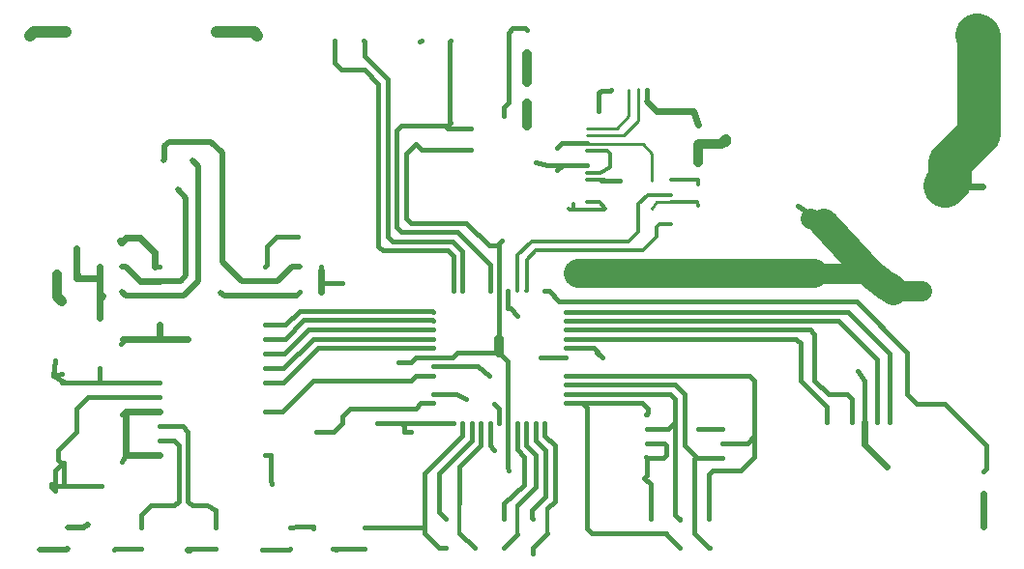
<source format=gbr>
G04 EAGLE Gerber RS-274X export*
G75*
%MOMM*%
%FSLAX34Y34*%
%LPD*%
%INTop Copper*%
%IPPOS*%
%AMOC8*
5,1,8,0,0,1.08239X$1,22.5*%
G01*
%ADD10C,0.609600*%
%ADD11C,0.406400*%
%ADD12C,2.540000*%
%ADD13C,1.778000*%
%ADD14C,0.812800*%
%ADD15C,0.508000*%
%ADD16C,0.304800*%
%ADD17C,0.558800*%
%ADD18C,3.810000*%
%ADD19C,1.016000*%
%ADD20C,0.254000*%


D10*
X140716Y323596D02*
X170916Y323596D01*
X170916Y285496D02*
X140716Y285496D01*
D11*
X137516Y321310D02*
X140716Y323596D01*
D10*
X140716Y300228D01*
D11*
X166116Y450596D02*
X170916Y450596D01*
X159360Y469849D02*
X159206Y469773D01*
D10*
X137516Y471500D02*
X135738Y473278D01*
D11*
X137516Y471500D02*
X137516Y470916D01*
X140716Y285496D02*
X137516Y279400D01*
D10*
X166116Y450596D02*
X166116Y463296D01*
X159728Y469684D01*
X153416Y475996D01*
X140716Y475996D01*
D11*
X136957Y471526D02*
X137516Y470967D01*
X137516Y470916D01*
X140716Y475285D02*
X140716Y475996D01*
D10*
X140716Y475285D02*
X136957Y471526D01*
D11*
X159360Y469849D02*
X159436Y469621D01*
X159728Y469684D01*
X169824Y387096D02*
X169748Y387020D01*
X169824Y387096D02*
X170916Y387096D01*
D10*
X170916Y388188D02*
X170916Y399796D01*
D11*
X170916Y388188D02*
X169824Y387096D01*
D10*
X170916Y387096D02*
X138430Y387096D01*
D11*
X138201Y386867D01*
X136906Y383210D02*
X136957Y383159D01*
X137211Y383159D01*
X138201Y384505D02*
X138201Y386867D01*
X138201Y384505D02*
X136906Y383210D01*
X140716Y300228D02*
X140716Y285496D01*
D10*
X140716Y298196D01*
X170916Y387604D02*
X195580Y387604D01*
D11*
X170916Y387604D02*
X170916Y387096D01*
X398780Y647700D02*
X399796Y648716D01*
X409868Y371348D02*
X427228Y371348D01*
X431292Y375412D01*
X467868Y375412D01*
X467868Y387604D02*
X467868Y429348D01*
X475868Y313348D02*
X475868Y274931D01*
X476606Y272161D01*
X475868Y313348D02*
X475868Y367412D01*
X467868Y375412D01*
D12*
X792988Y444500D02*
X808228Y433324D01*
X792988Y444500D02*
X752348Y489204D01*
D13*
X740664Y492760D01*
D12*
X809980Y432588D02*
X813308Y429260D01*
D13*
X792988Y444500D02*
X744220Y444500D01*
D11*
X752348Y489204D02*
X729336Y504088D01*
X744220Y444500D02*
X745592Y443128D01*
D14*
X467868Y387604D02*
X467868Y375412D01*
D11*
X459080Y469544D02*
X439420Y489204D01*
X390652Y489204D01*
X386588Y493268D01*
X386588Y550164D01*
X394716Y558292D01*
D12*
X536956Y444500D02*
X744220Y444500D01*
D13*
X813308Y429260D02*
X816356Y429260D01*
X813308Y429260D02*
X808228Y433324D01*
X813308Y428244D02*
X816356Y429260D01*
X818388Y429260D02*
X837932Y429260D01*
X818388Y429260D02*
X813308Y428244D01*
D11*
X467868Y429348D02*
X467868Y468884D01*
X467868Y471068D01*
X470408Y473608D01*
D10*
X787908Y314452D02*
X787908Y295148D01*
X807212Y275844D01*
D11*
X787908Y314452D02*
X787908Y350672D01*
X782168Y359156D01*
X612394Y295910D02*
X597128Y295910D01*
X612394Y295910D02*
X614172Y294132D01*
X614172Y286004D01*
X611378Y283210D02*
X597128Y283210D01*
X611378Y283210D02*
X614172Y286004D01*
X661162Y308610D02*
X663728Y308610D01*
X661162Y308610D02*
X642620Y308356D01*
X597128Y283210D02*
X596366Y283972D01*
X600964Y259944D02*
X600964Y229616D01*
X600964Y259944D02*
X595224Y265684D01*
X597128Y267588D02*
X597128Y283210D01*
X597128Y267588D02*
X595224Y265684D01*
X467208Y469544D02*
X459080Y469544D01*
X467208Y469544D02*
X467868Y468884D01*
D15*
X103480Y222352D02*
X89916Y222352D01*
X103480Y222352D02*
X108204Y225044D01*
D11*
X400152Y552856D02*
X443484Y552856D01*
X400152Y552856D02*
X394716Y558292D01*
D14*
X81016Y444119D02*
X81016Y424444D01*
X85080Y420380D01*
D11*
X394716Y371348D02*
X409868Y371348D01*
X394716Y371348D02*
X390652Y367284D01*
X379832Y367284D01*
X504444Y371348D02*
X525868Y371348D01*
X459740Y355092D02*
X449452Y363348D01*
X475868Y414148D02*
X475868Y429348D01*
D16*
X618220Y526594D02*
X642062Y526594D01*
X642620Y523088D01*
X545100Y500594D02*
X532892Y500594D01*
X529630Y500594D01*
X528828Y501396D01*
X532892Y500594D02*
X532892Y505460D01*
X545100Y552594D02*
X562974Y552594D01*
X565404Y550164D01*
X565404Y537972D01*
X556462Y533094D02*
X545100Y533094D01*
X556462Y533094D02*
X565404Y537972D01*
X555642Y507094D02*
X545100Y507094D01*
X555642Y507094D02*
X561340Y501396D01*
X560538Y500594D02*
X545100Y500594D01*
X560538Y500594D02*
X561340Y501396D01*
D11*
X477900Y414148D02*
X475868Y414148D01*
X477900Y414148D02*
X484124Y407924D01*
X431420Y363348D02*
X409868Y363348D01*
X431420Y363348D02*
X435356Y363220D01*
X445516Y363220D01*
X449452Y363348D01*
X467868Y326644D02*
X467868Y313348D01*
X467868Y326644D02*
X463804Y330708D01*
X555244Y586740D02*
X555244Y602996D01*
X557276Y605028D01*
X565244Y605028D01*
X565660Y605444D01*
X809752Y374904D02*
X809752Y314452D01*
X773308Y411348D02*
X525868Y411348D01*
X773308Y411348D02*
X809752Y374904D01*
X409868Y331348D02*
X399420Y331348D01*
X394716Y326644D01*
X337820Y326644D01*
X323190Y306172D02*
X307848Y306172D01*
X323190Y306172D02*
X330708Y313690D01*
X330708Y319532D01*
X337820Y326644D01*
X525868Y395348D02*
X740540Y395348D01*
X744220Y391668D01*
X744220Y351028D01*
X756412Y338836D01*
X772668Y338836D01*
X776732Y334772D01*
X776732Y314706D01*
X776986Y314452D01*
X267716Y285496D02*
X262916Y285496D01*
X267716Y263525D02*
X268873Y260477D01*
X267716Y263525D02*
X267716Y285496D01*
X272923Y477139D02*
X292125Y477139D01*
X272923Y477139D02*
X264668Y468884D01*
X264668Y452348D01*
X262916Y450596D01*
X262916Y323596D02*
X277876Y323596D01*
X305308Y351028D01*
X390652Y351028D01*
X394716Y355092D01*
X409612Y355092D01*
X409868Y355348D01*
X280924Y399796D02*
X262916Y399796D01*
X280924Y399796D02*
X293116Y411988D01*
X409228Y411988D01*
X409868Y411348D01*
X278892Y348996D02*
X262916Y348996D01*
X278892Y348996D02*
X309372Y379476D01*
X409740Y379476D01*
X409868Y379348D01*
X279400Y361696D02*
X262916Y361696D01*
X279400Y361696D02*
X305308Y387604D01*
X409612Y387604D01*
X409868Y387348D01*
X279908Y374396D02*
X262916Y374396D01*
X279908Y374396D02*
X301244Y395732D01*
X409484Y395732D01*
X409868Y395348D01*
X280416Y387096D02*
X262916Y387096D01*
X280416Y387096D02*
X297180Y403860D01*
X409356Y403860D01*
X409868Y403348D01*
X420496Y574696D02*
X423312Y574696D01*
X425196Y576580D01*
X424536Y648056D02*
X425196Y648716D01*
X459868Y452500D02*
X459868Y429348D01*
X459868Y452500D02*
X431292Y481076D01*
X382524Y481076D01*
X378460Y485140D01*
X378460Y570484D01*
X382524Y574548D01*
X423164Y574548D01*
X425196Y576580D01*
X423336Y571856D02*
X443484Y571856D01*
X423336Y571856D02*
X420496Y574696D01*
X424536Y577240D02*
X424536Y648056D01*
X424536Y577240D02*
X425196Y576580D01*
X435868Y464308D02*
X435868Y429348D01*
X370332Y477012D02*
X370332Y615188D01*
X350012Y635508D01*
X350012Y647700D01*
X348996Y648716D01*
X427228Y472948D02*
X435868Y464308D01*
X427228Y472948D02*
X374396Y472948D01*
X370332Y477012D01*
X323596Y629412D02*
X323596Y648716D01*
X323596Y629412D02*
X329692Y623316D01*
X350012Y623316D01*
X362204Y611124D01*
X362204Y468884D01*
X427868Y460116D02*
X427868Y429348D01*
X427868Y460116D02*
X423164Y464820D01*
X366268Y464820D01*
X362204Y468884D01*
X87122Y279146D02*
X87122Y260096D01*
X78994Y272034D02*
X85486Y277714D01*
X87122Y279146D01*
X78994Y272034D02*
X78994Y257556D01*
X78994Y254508D01*
X76225Y257480D01*
X77080Y258835D02*
X75666Y260553D01*
X76225Y257480D01*
X80010Y258572D02*
X119786Y258572D01*
X80010Y258572D02*
X78994Y257556D01*
X107696Y336296D02*
X170916Y336296D01*
X107696Y336296D02*
X98044Y326644D01*
X98044Y306324D01*
X81788Y290068D01*
X81788Y281412D01*
X85486Y277714D01*
X77318Y355371D02*
X78994Y368554D01*
X77318Y355371D02*
X85344Y356616D01*
X88900Y349326D02*
X77318Y355371D01*
X84836Y348996D02*
X118364Y348996D01*
X170916Y348996D01*
X88900Y349326D02*
X84836Y348996D01*
X118516Y349148D02*
X118516Y361696D01*
X118516Y349148D02*
X118364Y348996D01*
X312141Y428371D02*
X312166Y428371D01*
D10*
X312166Y435991D01*
D11*
X312166Y447421D02*
X312141Y450596D01*
D10*
X312166Y447421D02*
X312166Y435991D01*
D11*
X312166Y436372D02*
X330352Y436372D01*
X312166Y436372D02*
X312166Y435991D01*
X289966Y425221D02*
X289941Y425196D01*
X289966Y425221D02*
X293141Y428371D01*
D15*
X289941Y425196D02*
X262916Y425196D01*
X227076Y425196D01*
X224028Y428244D01*
X287020Y450596D02*
X293141Y450596D01*
X287020Y450596D02*
X274193Y437769D01*
D11*
X261823Y437896D02*
X261696Y437769D01*
X261823Y437896D02*
X262916Y437896D01*
D15*
X261696Y437769D02*
X274193Y437769D01*
X261823Y437896D02*
X242316Y437896D01*
X225552Y454660D01*
X225552Y550672D01*
X215900Y560324D01*
X179324Y560324D01*
X175260Y556260D01*
X175260Y544830D01*
X173990Y543560D01*
X170916Y437896D02*
X188900Y437896D01*
X193878Y442874D01*
D10*
X170916Y437896D02*
X153416Y437896D01*
D15*
X140716Y450596D02*
X137516Y450596D01*
X140716Y450596D02*
X153416Y437896D01*
X193878Y442874D02*
X193878Y510972D01*
X186690Y518160D01*
X191516Y425196D02*
X170916Y425196D01*
X191516Y425196D02*
X204216Y437896D01*
D11*
X137541Y428371D02*
X137516Y428371D01*
D15*
X137541Y428371D02*
X140716Y425196D01*
X170916Y425196D01*
X204216Y437896D02*
X204216Y538734D01*
X199390Y543560D01*
D11*
X118516Y428371D02*
X121666Y425196D01*
X119516Y423046D01*
D17*
X98044Y452628D02*
X98044Y466852D01*
X98044Y452628D02*
X98044Y440827D01*
X98816Y444119D01*
X118516Y428371D02*
X118516Y406146D01*
X118516Y428371D02*
X118516Y440436D01*
X118516Y450596D01*
X98044Y452628D02*
X98044Y440436D01*
X118516Y440436D01*
D11*
X507868Y429348D02*
X511468Y429348D01*
X520700Y420116D01*
X780796Y420116D01*
X825500Y375412D01*
X825500Y338836D01*
X833628Y330708D01*
X858012Y330708D01*
X894588Y294132D01*
X894588Y273660D01*
X892048Y271120D01*
D10*
X892048Y252120D02*
X892048Y223352D01*
D13*
X854964Y518160D02*
X855068Y518264D01*
D10*
X857479Y520675D02*
X891286Y520675D01*
X857479Y520675D02*
X854964Y518160D01*
D18*
X862076Y542036D02*
X887580Y567540D01*
X862076Y542036D02*
X862076Y525780D01*
X858012Y521716D01*
D12*
X858012Y521208D01*
X854964Y518160D01*
D18*
X887580Y567540D02*
X887580Y652676D01*
X886460Y653796D01*
D19*
X886460Y657756D01*
X887580Y658876D01*
X253594Y656082D02*
X220980Y656082D01*
X253594Y656082D02*
X256540Y653136D01*
X88900Y656082D02*
X60350Y656082D01*
X57404Y653136D01*
D11*
X170916Y298196D02*
X183388Y298196D01*
X187452Y294132D01*
X154940Y233172D02*
X154940Y222352D01*
X187452Y245364D02*
X187452Y294132D01*
X187452Y245364D02*
X183388Y241300D01*
X163068Y241300D01*
X154940Y233172D01*
X170916Y310896D02*
X191008Y310896D01*
X195580Y306324D01*
X195580Y245364D01*
X199644Y241300D01*
X211836Y241300D01*
X219964Y237236D01*
X219964Y222352D01*
D16*
X608498Y487594D02*
X618220Y487594D01*
X608498Y487594D02*
X606044Y485140D01*
X606044Y477012D01*
X593852Y464820D01*
X500380Y464820D01*
X492252Y456692D01*
X492252Y429732D01*
X491868Y429348D01*
X597922Y513594D02*
X618220Y513594D01*
X597922Y513594D02*
X589788Y505460D01*
X589788Y481076D01*
X581660Y472948D01*
X496316Y472948D01*
X484124Y460756D01*
X484124Y429604D01*
X483868Y429348D01*
D20*
X545100Y572094D02*
X571078Y572094D01*
X581660Y582676D01*
X581660Y605444D01*
X576770Y565594D02*
X545100Y565594D01*
X576770Y565594D02*
X589788Y578612D01*
X589788Y606316D01*
X589660Y606188D02*
X589660Y605444D01*
X589660Y606188D02*
X589788Y606316D01*
D15*
X597660Y595124D02*
X606044Y586740D01*
D10*
X637784Y586740D01*
X642620Y575320D01*
D11*
X597660Y595124D02*
X597660Y605444D01*
X545100Y539594D02*
X523694Y539594D01*
X518668Y535280D01*
X510130Y539594D02*
X545100Y539594D01*
X510130Y539594D02*
X500380Y542036D01*
D14*
X642620Y542036D02*
X642620Y557520D01*
X643392Y558292D01*
X662940Y558292D01*
X667004Y562356D01*
X667004Y559548D01*
X492252Y574548D02*
X492252Y593496D01*
D11*
X553212Y375412D02*
X558532Y371348D01*
X550532Y379348D02*
X525868Y379348D01*
X550532Y379348D02*
X558532Y371348D01*
X390652Y306324D02*
X385851Y306324D01*
X385064Y305537D01*
X382524Y313348D02*
X361530Y313348D01*
X382524Y313348D02*
X427868Y313348D01*
X361530Y313348D02*
X361188Y313690D01*
X385064Y310808D02*
X385064Y305537D01*
X385064Y310808D02*
X382524Y313348D01*
X755142Y314452D02*
X755142Y327914D01*
X732028Y351028D01*
X732028Y383540D01*
X727964Y387604D01*
X695452Y387604D01*
X687324Y387604D01*
X526124Y387604D01*
X525868Y387348D01*
X798830Y369570D02*
X798830Y314452D01*
X765052Y403348D02*
X525868Y403348D01*
X765052Y403348D02*
X798830Y369570D01*
X283988Y202352D02*
X260604Y202352D01*
X283988Y202352D02*
X284988Y203352D01*
X409868Y339348D02*
X430780Y339348D01*
X439420Y334772D01*
X305308Y223012D02*
X305308Y220980D01*
X305308Y223012D02*
X292456Y223012D01*
X284988Y222352D01*
X322564Y203352D02*
X350012Y203352D01*
X325628Y202352D02*
X322564Y203352D01*
X471932Y582676D02*
X471932Y590804D01*
X475996Y594868D01*
X475996Y655828D01*
X480060Y659892D01*
X490560Y659892D01*
X492252Y658200D01*
X561340Y525780D02*
X573532Y525780D01*
X561340Y525780D02*
X557276Y525780D01*
D16*
X560526Y526594D02*
X545100Y526594D01*
X560526Y526594D02*
X561340Y525780D01*
D14*
X492252Y612496D02*
X492252Y637200D01*
D11*
X154940Y203352D02*
X131556Y203352D01*
X130556Y202352D01*
D10*
X195580Y202352D02*
X196580Y202352D01*
D11*
X196580Y203352D02*
X219964Y203352D01*
X196580Y203352D02*
X195580Y202352D01*
X596646Y321310D02*
X597128Y321310D01*
X596646Y321310D02*
X597916Y322580D01*
X597916Y326644D01*
X593212Y331348D02*
X541020Y331348D01*
X525868Y331348D01*
X593212Y331348D02*
X597916Y326644D01*
X614172Y216916D02*
X614172Y216408D01*
X626364Y204216D01*
X614172Y216916D02*
X549148Y216916D01*
X545084Y220980D01*
X545084Y327284D01*
X541020Y331348D01*
X525868Y339348D02*
X617724Y339348D01*
X622300Y334772D01*
X622300Y314452D01*
X626364Y229616D02*
X626364Y229108D01*
X622300Y233172D01*
X616204Y308356D02*
X622300Y314452D01*
X616204Y308356D02*
X597382Y308356D01*
X597128Y308610D01*
X622300Y314452D02*
X622300Y233172D01*
X641350Y283210D02*
X663728Y283210D01*
X641350Y283210D02*
X630428Y294132D01*
X630428Y338836D01*
X621916Y347348D02*
X525868Y347348D01*
X621916Y347348D02*
X630428Y338836D01*
X652272Y204724D02*
X651764Y204216D01*
X641350Y283210D02*
X639826Y283210D01*
X638556Y281940D01*
X638556Y217424D01*
X651764Y204216D01*
X663728Y295910D02*
X685038Y295910D01*
X691388Y302260D01*
X691388Y351028D01*
X651764Y268732D02*
X651764Y229616D01*
X651764Y268732D02*
X654812Y271780D01*
X679196Y271780D01*
X691388Y283972D01*
X691388Y302260D01*
X687324Y355348D02*
X525868Y355348D01*
X687324Y355348D02*
X691388Y351028D01*
D15*
X88916Y202352D02*
X65532Y202352D01*
X88916Y202352D02*
X89916Y203352D01*
D11*
X497332Y204216D02*
X497332Y199644D01*
X507868Y302900D02*
X507868Y313348D01*
X507868Y302900D02*
X516636Y294132D01*
X516636Y245364D01*
X510540Y239268D01*
D16*
X510540Y217424D01*
D11*
X497332Y204216D01*
X499868Y298708D02*
X499868Y313348D01*
X499868Y298708D02*
X508508Y290068D01*
X508508Y249428D01*
X496316Y237236D01*
X496316Y230632D01*
X497332Y229616D01*
X491868Y294516D02*
X491868Y313348D01*
X491868Y294516D02*
X500380Y286004D01*
X500380Y257556D01*
X484124Y241300D01*
D16*
X484124Y216408D01*
D11*
X471932Y204216D01*
X483868Y290324D02*
X483868Y313348D01*
X483868Y290324D02*
X490220Y283972D01*
X490220Y259588D01*
X471932Y243332D01*
X471932Y229616D01*
X459868Y294004D02*
X459868Y313348D01*
X459868Y294004D02*
X463804Y290068D01*
X451868Y294388D02*
X451868Y313348D01*
X451868Y294388D02*
X433324Y275844D01*
X433324Y217424D02*
X446532Y204216D01*
D16*
X433324Y217424D02*
X433324Y243332D01*
D11*
X433324Y275844D01*
X443868Y298580D02*
X443868Y313348D01*
X443868Y298580D02*
X415036Y269748D01*
X415036Y235712D01*
X421132Y229616D01*
X402844Y269748D02*
X435868Y302772D01*
X402844Y216916D02*
X415036Y204724D01*
X420624Y204724D01*
X421132Y204216D01*
X402844Y216916D02*
X402844Y220980D01*
X402844Y269748D01*
X402844Y222352D02*
X350012Y222352D01*
X402844Y222352D02*
X402844Y220980D01*
X435868Y302772D02*
X435868Y313348D01*
X522874Y559094D02*
X545100Y559094D01*
X522874Y559094D02*
X518668Y554888D01*
D16*
X618220Y507094D02*
X641562Y507094D01*
X642620Y504088D01*
D20*
X618220Y507094D02*
X606044Y507094D01*
X601980Y501396D01*
X601980Y525780D02*
X601980Y550164D01*
X593852Y558292D01*
X545902Y558292D01*
X545100Y559094D01*
M02*

</source>
